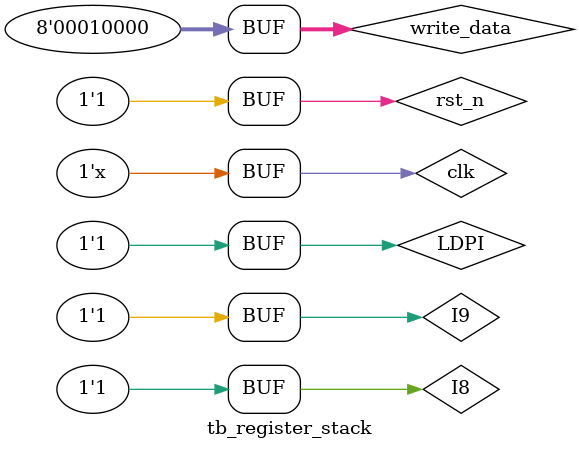
<source format=v>
`timescale 1ns / 1ns

module tb_register_stack;


    reg       clk;
    reg       rst_n;
    reg       I9;
    reg       I8;
    reg       LDPI;
    reg  [7:0] write_data;
    // outports wire

    wire [7:0] out_R0;
    wire [7:0] out_R1;
    wire [7:0] out_R2;
    wire [7:0] out_R3;
    register_stack u_register_stack(
                       .clk        	( clk         ),
                       .rst_n      	( rst_n       ),
                       .LDPI       	( LDPI        ),
                       .I9         	( I9          ),
                       .I8         	( I8          ),
                       .write_data 	( write_data  ),
                       .out_R0         (out_R0),
                       .out_R1         (out_R1),
                       .out_R2         (out_R2),
                       .out_R3         (out_R3)
                   );

    initial begin
        rst_n<=1'd0;
        clk<=1'd0;
        write_data<=8'b0001_0000;
        I8<=1'd0;
        I9<=1'd0;
        LDPI<=1'd0;
        #10
         rst_n<=1'd1;
        LDPI<=1'd1;
        #100
         I8<=1'd1;
        I9<=1'd0;
        #100
         I8<=1'd0;
        I9<=1'd1;

        #100
         I8<=1'd1;
        I9<=1'd1;


    end
    always #10 begin
        clk<=~clk;
    end


endmodule

</source>
